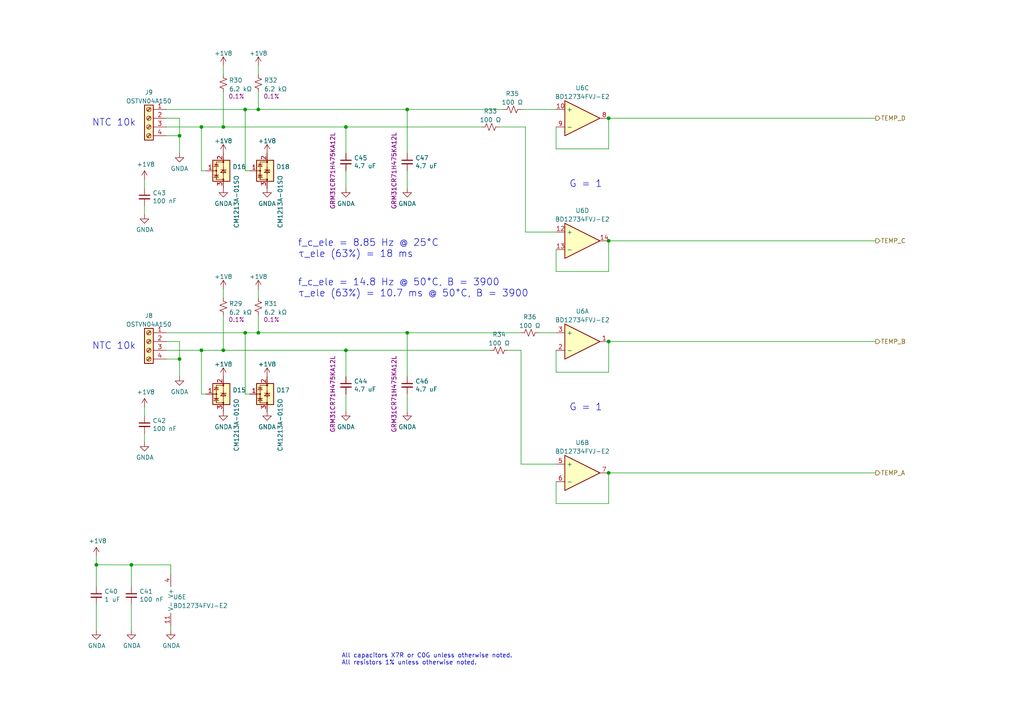
<source format=kicad_sch>
(kicad_sch (version 20211123) (generator eeschema)
  (paper "A4")
  (title_block (title "CANbus Acquisition Module") (date "2022-10-04") (rev "A3") (company "École de Technologie Supérieure - Laboratoire thermique et science du bâtiment (LTSB)") (comment 1 "Designer: Hugo Boyce"))
  (lib_symbols
    (symbol "Amplifier_Operational:OPA4196xPW"
      (property "Reference" "U" (at 0 3.81 0))
      (property "Value" "OPA4196xPW" (at 0 -3.81 0))
      (symbol "OPA4196xPW_1_1"
        (polyline (pts (xy -5.08 5.08) (xy 5.08 0) (xy -5.08 -5.08) (xy -5.08 5.08)) (stroke (width 0.254)) (fill (type background)))
        (pin output line (at 7.62 0 180) (length 2.54) (name "~") (number "1"))
        (pin input line (at -7.62 -2.54 0) (length 2.54) (name "-") (number "2"))
        (pin input line (at -7.62 2.54 0) (length 2.54) (name "+") (number "3"))
      )
      (symbol "OPA4196xPW_2_1"
        (polyline (pts (xy -5.08 5.08) (xy 5.08 0) (xy -5.08 -5.08) (xy -5.08 5.08)) (stroke (width 0.254)) (fill (type background)))
        (pin input line (at -7.62 2.54 0) (length 2.54) (name "+") (number "5"))
        (pin input line (at -7.62 -2.54 0) (length 2.54) (name "-") (number "6"))
        (pin output line (at 7.62 0 180) (length 2.54) (name "~") (number "7"))
      )
      (symbol "OPA4196xPW_3_1"
        (polyline (pts (xy -5.08 5.08) (xy 5.08 0) (xy -5.08 -5.08) (xy -5.08 5.08)) (stroke (width 0.254)) (fill (type background)))
        (pin input line (at -7.62 2.54 0) (length 2.54) (name "+") (number "10"))
        (pin output line (at 7.62 0 180) (length 2.54) (name "~") (number "8"))
        (pin input line (at -7.62 -2.54 0) (length 2.54) (name "-") (number "9"))
      )
      (symbol "OPA4196xPW_4_1"
        (polyline (pts (xy -5.08 5.08) (xy 5.08 0) (xy -5.08 -5.08) (xy -5.08 5.08)) (stroke (width 0.254)) (fill (type background)))
        (pin input line (at -7.62 2.54 0) (length 2.54) (name "+") (number "12"))
        (pin input line (at -7.62 -2.54 0) (length 2.54) (name "-") (number "13"))
        (pin output line (at 7.62 0 180) (length 2.54) (name "~") (number "14"))
      )
      (symbol "OPA4196xPW_5_1"
        (pin power_in line (at -2.54 -7.62 90) (length 3.81) (name "V-") (number "11"))
        (pin power_in line (at -2.54 7.62 270) (length 3.81) (name "V+") (number "4"))
      )
    )
    (symbol "Connector:Screw_Terminal_01x04" (pin_names (offset 1.016) hide)
      (property "Reference" "J" (at 0 5.08 0))
      (property "Value" "Screw_Terminal_01x04" (at 0 -7.62 0))
      (symbol "Screw_Terminal_01x04_1_1"
        (rectangle (start -1.27 3.81) (end 1.27 -6.35) (stroke (width 0.254)) (fill (type background)))
        (circle (center 0 -5.08) (radius 0.635) (stroke (width 0.1524)))
        (circle (center 0 -2.54) (radius 0.635) (stroke (width 0.1524)))
        (polyline (pts (xy -0.5334 -4.7498) (xy 0.3302 -5.588)) (stroke (width 0.1524)))
        (polyline (pts (xy -0.5334 -2.2098) (xy 0.3302 -3.048)) (stroke (width 0.1524)))
        (polyline (pts (xy -0.5334 0.3302) (xy 0.3302 -0.508)) (stroke (width 0.1524)))
        (polyline (pts (xy -0.5334 2.8702) (xy 0.3302 2.032)) (stroke (width 0.1524)))
        (polyline (pts (xy -0.3556 -4.572) (xy 0.508 -5.4102)) (stroke (width 0.1524)))
        (polyline (pts (xy -0.3556 -2.032) (xy 0.508 -2.8702)) (stroke (width 0.1524)))
        (polyline (pts (xy -0.3556 0.508) (xy 0.508 -0.3302)) (stroke (width 0.1524)))
        (polyline (pts (xy -0.3556 3.048) (xy 0.508 2.2098)) (stroke (width 0.1524)))
        (circle (center 0 0) (radius 0.635) (stroke (width 0.1524)))
        (circle (center 0 2.54) (radius 0.635) (stroke (width 0.1524)))
        (pin passive line (at -5.08 2.54 0) (length 3.81) (name "Pin_1") (number "1"))
        (pin passive line (at -5.08 0 0) (length 3.81) (name "Pin_2") (number "2"))
        (pin passive line (at -5.08 -2.54 0) (length 3.81) (name "Pin_3") (number "3"))
        (pin passive line (at -5.08 -5.08 0) (length 3.81) (name "Pin_4") (number "4"))
      )
    )
    (symbol "Device:C_Small" (pin_numbers hide) (pin_names (offset 0.254) hide)
      (property "Reference" "C" (at 0.254 1.778 0))
      (property "Value" "C_Small" (at 0.254 -2.032 0))
      (symbol "C_Small_0_1"
        (polyline (pts (xy -1.524 -0.508) (xy 1.524 -0.508)) (stroke (width 0.3302)))
        (polyline (pts (xy -1.524 0.508) (xy 1.524 0.508)) (stroke (width 0.3048)))
      )
      (symbol "C_Small_1_1"
        (pin passive line (at 0 2.54 270) (length 2.032) (name "~") (number "1"))
        (pin passive line (at 0 -2.54 90) (length 2.032) (name "~") (number "2"))
      )
    )
    (symbol "Device:R_Small_US" (pin_numbers hide) (pin_names (offset 0.254) hide)
      (property "Reference" "R" (at 0.762 0.508 0))
      (property "Value" "R_Small_US" (at 0.762 -1.016 0))
      (symbol "R_Small_US_1_1"
        (polyline (pts (xy 0 0) (xy 1.016 -0.381) (xy 0 -0.762) (xy -1.016 -1.143) (xy 0 -1.524)))
        (polyline (pts (xy 0 1.524) (xy 1.016 1.143) (xy 0 0.762) (xy -1.016 0.381) (xy 0 0)))
        (pin passive line (at 0 2.54 270) (length 1.016) (name "~") (number "1"))
        (pin passive line (at 0 -2.54 90) (length 1.016) (name "~") (number "2"))
      )
    )
    (symbol "Power_Protection:CM1213A-01SO" (pin_names hide)
      (property "Reference" "D" (at 0 5.08 0))
      (property "Value" "CM1213A-01SO" (at 0 3.175 0))
      (symbol "CM1213A-01SO_0_1"
        (rectangle (start -3.048 -3.048) (end 3.048 1.905) (stroke (width 0.254)) (fill (type background)))
        (circle (center -2.54 0) (radius 0.2032) (fill (type outline)))
        (circle (center 0 -2.032) (radius 0.2032) (fill (type outline)))
        (polyline (pts (xy -2.54 -2.032) (xy -2.54 0)))
        (polyline (pts (xy -1.905 -2.667) (xy -1.905 -1.397)))
        (polyline (pts (xy -1.016 0) (xy -3.81 0)))
        (polyline (pts (xy -0.635 -2.032) (xy -2.54 -2.032)))
        (polyline (pts (xy -0.635 -2.032) (xy 0.635 -2.032)))
        (polyline (pts (xy -0.254 -0.762) (xy -0.254 0.762)))
        (polyline (pts (xy -0.254 0.762) (xy -0.254 0.762)))
        (polyline (pts (xy 0 -2.54) (xy 0 -2.032)))
        (polyline (pts (xy 0 0.762) (xy -0.254 0.762)))
        (polyline (pts (xy 0.889 0) (xy -1.016 0)))
        (polyline (pts (xy 0.889 0) (xy -1.016 0)))
        (polyline (pts (xy 0.889 0) (xy 2.54 0)))
        (polyline (pts (xy 1.27 -2.667) (xy 1.27 -1.397)))
        (polyline (pts (xy 1.27 -2.667) (xy 1.27 -1.397)))
        (polyline (pts (xy 2.54 -2.032) (xy 0.635 -2.032)))
        (polyline (pts (xy 2.54 -2.032) (xy 0.635 -2.032)))
        (polyline (pts (xy 2.54 -2.032) (xy 2.54 0)))
        (polyline (pts (xy -1.27 -2.667) (xy -1.27 -1.397) (xy -1.905 -2.032) (xy -1.27 -2.667)))
        (polyline (pts (xy 0.508 -0.762) (xy 0.508 0.762) (xy -0.254 0) (xy 0.508 -0.762)))
        (polyline (pts (xy 0.508 -0.762) (xy 0.508 0.762) (xy -0.254 0) (xy 0.508 -0.762)))
        (polyline (pts (xy 1.905 -2.667) (xy 1.905 -1.397) (xy 1.27 -2.032) (xy 1.905 -2.667)))
        (circle (center 2.54 0) (radius 0.2032) (fill (type outline)))
      )
      (symbol "CM1213A-01SO_1_1"
        (pin passive line (at 0 -5.08 90) (length 2.54) (name "CH1") (number "1"))
        (pin passive line (at -5.08 0 0) (length 2.54) (name "VP") (number "2"))
        (pin passive line (at 5.08 0 180) (length 2.54) (name "VN") (number "3"))
      )
    )
    (symbol "power:+1V8" (power) (pin_names (offset 0))
      (property "Value" "+1V8" (at 0 3.556 0))
      (symbol "+1V8_0_1"
        (polyline (pts (xy -0.762 1.27) (xy 0 2.54)))
        (polyline (pts (xy 0 0) (xy 0 2.54)))
        (polyline (pts (xy 0 2.54) (xy 0.762 1.27)))
      )
      (symbol "+1V8_1_1"
        (pin power_in line (at 0 0 90) (length 0) hide (name "+1V8") (number "1"))
      )
    )
    (symbol "power:GNDA" (power) (pin_names (offset 0))
      (property "Value" "GNDA" (at 0 -3.81 0))
      (symbol "GNDA_0_1"
        (polyline (pts (xy 0 0) (xy 0 -1.27) (xy 1.27 -1.27) (xy 0 -2.54) (xy -1.27 -1.27) (xy 0 -1.27)))
      )
      (symbol "GNDA_1_1"
        (pin power_in line (at 0 0 270) (length 0) hide (name "GNDA") (number "1"))
      )
    )
  )
  (junction (at 118.11 31.75))
  (junction (at 74.93 96.52))
  (junction (at 58.42 101.6))
  (junction (at 58.42 36.83))
  (junction (at 64.77 36.83))
  (junction (at 71.12 31.75))
  (junction (at 74.93 31.75))
  (junction (at 176.53 99.06))
  (junction (at 100.33 36.83))
  (junction (at 64.77 101.6))
  (junction (at 27.94 163.83))
  (junction (at 52.07 104.14))
  (junction (at 176.53 34.29))
  (junction (at 71.12 96.52))
  (junction (at 38.1 163.83))
  (junction (at 118.11 96.52))
  (junction (at 176.53 69.85))
  (junction (at 52.07 39.37))
  (junction (at 176.53 137.16))
  (junction (at 100.33 101.6))
  (wire (pts (xy 41.91 120.65) (xy 41.91 118.11)))
  (wire (pts (xy 27.94 175.26) (xy 27.94 182.88)))
  (wire (pts (xy 151.13 134.62) (xy 161.29 134.62)))
  (wire (pts (xy 58.42 36.83) (xy 64.77 36.83)))
  (wire (pts (xy 152.4 67.31) (xy 161.29 67.31)))
  (wire (pts (xy 71.12 49.53) (xy 71.12 31.75)))
  (wire (pts (xy 52.07 34.29) (xy 52.07 39.37)))
  (wire (pts (xy 48.26 39.37) (xy 52.07 39.37)))
  (wire (pts (xy 48.26 34.29) (xy 52.07 34.29)))
  (wire (pts (xy 100.33 49.53) (xy 100.33 54.61)))
  (wire (pts (xy 151.13 31.75) (xy 161.29 31.75)))
  (wire (pts (xy 41.91 54.61) (xy 41.91 52.07)))
  (wire (pts (xy 74.93 26.67) (xy 74.93 31.75)))
  (wire (pts (xy 52.07 99.06) (xy 52.07 104.14)))
  (wire (pts (xy 118.11 114.3) (xy 118.11 119.38)))
  (wire (pts (xy 118.11 96.52) (xy 151.13 96.52)))
  (wire (pts (xy 176.53 137.16) (xy 254 137.16)))
  (wire (pts (xy 38.1 163.83) (xy 27.94 163.83)))
  (wire (pts (xy 59.69 49.53) (xy 58.42 49.53)))
  (wire (pts (xy 100.33 101.6) (xy 100.33 109.22)))
  (wire (pts (xy 71.12 96.52) (xy 74.93 96.52)))
  (wire (pts (xy 58.42 101.6) (xy 64.77 101.6)))
  (wire (pts (xy 72.39 49.53) (xy 71.12 49.53)))
  (wire (pts (xy 161.29 139.7) (xy 161.29 146.05)))
  (wire (pts (xy 48.26 31.75) (xy 71.12 31.75)))
  (wire (pts (xy 64.77 101.6) (xy 100.33 101.6)))
  (wire (pts (xy 161.29 78.74) (xy 176.53 78.74)))
  (wire (pts (xy 48.26 96.52) (xy 71.12 96.52)))
  (wire (pts (xy 27.94 163.83) (xy 27.94 161.29)))
  (wire (pts (xy 48.26 104.14) (xy 52.07 104.14)))
  (wire (pts (xy 152.4 36.83) (xy 152.4 67.31)))
  (wire (pts (xy 64.77 26.67) (xy 64.77 36.83)))
  (wire (pts (xy 74.93 19.05) (xy 74.93 21.59)))
  (wire (pts (xy 161.29 107.95) (xy 176.53 107.95)))
  (wire (pts (xy 161.29 146.05) (xy 176.53 146.05)))
  (wire (pts (xy 151.13 101.6) (xy 151.13 134.62)))
  (wire (pts (xy 161.29 36.83) (xy 161.29 43.18)))
  (wire (pts (xy 74.93 83.82) (xy 74.93 86.36)))
  (wire (pts (xy 118.11 96.52) (xy 118.11 109.22)))
  (wire (pts (xy 49.53 181.61) (xy 49.53 182.88)))
  (wire (pts (xy 176.53 99.06) (xy 254 99.06)))
  (wire (pts (xy 118.11 49.53) (xy 118.11 54.61)))
  (wire (pts (xy 74.93 96.52) (xy 118.11 96.52)))
  (wire (pts (xy 147.32 101.6) (xy 151.13 101.6)))
  (wire (pts (xy 58.42 49.53) (xy 58.42 36.83)))
  (wire (pts (xy 118.11 31.75) (xy 118.11 44.45)))
  (wire (pts (xy 176.53 99.06) (xy 176.53 107.95)))
  (wire (pts (xy 64.77 83.82) (xy 64.77 86.36)))
  (wire (pts (xy 176.53 146.05) (xy 176.53 137.16)))
  (wire (pts (xy 144.78 36.83) (xy 152.4 36.83)))
  (wire (pts (xy 72.39 114.3) (xy 71.12 114.3)))
  (wire (pts (xy 176.53 78.74) (xy 176.53 69.85)))
  (wire (pts (xy 38.1 170.18) (xy 38.1 163.83)))
  (wire (pts (xy 156.21 96.52) (xy 161.29 96.52)))
  (wire (pts (xy 161.29 101.6) (xy 161.29 107.95)))
  (wire (pts (xy 64.77 91.44) (xy 64.77 101.6)))
  (wire (pts (xy 48.26 101.6) (xy 58.42 101.6)))
  (wire (pts (xy 100.33 36.83) (xy 139.7 36.83)))
  (wire (pts (xy 161.29 43.18) (xy 176.53 43.18)))
  (wire (pts (xy 71.12 114.3) (xy 71.12 96.52)))
  (wire (pts (xy 176.53 69.85) (xy 254 69.85)))
  (wire (pts (xy 38.1 175.26) (xy 38.1 182.88)))
  (wire (pts (xy 48.26 99.06) (xy 52.07 99.06)))
  (wire (pts (xy 58.42 114.3) (xy 58.42 101.6)))
  (wire (pts (xy 100.33 36.83) (xy 100.33 44.45)))
  (wire (pts (xy 118.11 31.75) (xy 146.05 31.75)))
  (wire (pts (xy 38.1 163.83) (xy 49.53 163.83)))
  (wire (pts (xy 176.53 34.29) (xy 176.53 43.18)))
  (wire (pts (xy 100.33 114.3) (xy 100.33 119.38)))
  (wire (pts (xy 74.93 31.75) (xy 118.11 31.75)))
  (wire (pts (xy 52.07 39.37) (xy 52.07 44.45)))
  (wire (pts (xy 64.77 36.83) (xy 100.33 36.83)))
  (wire (pts (xy 41.91 125.73) (xy 41.91 128.27)))
  (wire (pts (xy 49.53 166.37) (xy 49.53 163.83)))
  (wire (pts (xy 27.94 170.18) (xy 27.94 163.83)))
  (wire (pts (xy 74.93 91.44) (xy 74.93 96.52)))
  (wire (pts (xy 100.33 101.6) (xy 142.24 101.6)))
  (wire (pts (xy 176.53 34.29) (xy 254 34.29)))
  (wire (pts (xy 59.69 114.3) (xy 58.42 114.3)))
  (wire (pts (xy 41.91 59.69) (xy 41.91 62.23)))
  (wire (pts (xy 71.12 31.75) (xy 74.93 31.75)))
  (wire (pts (xy 48.26 36.83) (xy 58.42 36.83)))
  (wire (pts (xy 52.07 104.14) (xy 52.07 109.22)))
  (wire (pts (xy 161.29 72.39) (xy 161.29 78.74)))
  (wire (pts (xy 64.77 19.05) (xy 64.77 21.59)))
  (text "NTC 10k" (at 26.67 101.6 0) (effects (font (size 2 2)) (justify left bottom)))
  (text "All capacitors X7R or C0G unless otherwise noted.\nAll resistors 1% unless otherwise noted." (at 99.06 193.04 0) (effects (font (size 1.27 1.27)) (justify left bottom)))
  (text "NTC 10k" (at 26.67 36.83 0) (effects (font (size 2 2)) (justify left bottom)))
  (text "f_c_ele = 14.8 Hz @ 50°C, B = 3900\nτ_ele (63%) = 10.7 ms @ 50°C, B = 3900" (at 86.36 86.36 0) (effects (font (size 2 2)) (justify left bottom)))
  (text "G = 1" (at 165.1 54.61 0) (effects (font (size 2 2)) (justify left bottom)))
  (text "G = 1" (at 165.1 119.38 0) (effects (font (size 2 2)) (justify left bottom)))
  (text "f_c_ele = 8.85 Hz @ 25°C\nτ_ele (63%) = 18 ms" (at 86.36 74.93 0) (effects (font (size 2 2)) (justify left bottom)))
  (hierarchical_label "TEMP_D" (shape output) (at 254 34.29 0))
  (hierarchical_label "TEMP_C" (shape output) (at 254 69.85 0))
  (hierarchical_label "TEMP_B" (shape output) (at 254 99.06 0))
  (hierarchical_label "TEMP_A" (shape output) (at 254 137.16 0))
  (symbol (lib_id "Power_Protection:CM1213A-01SO") (at 77.47 114.3 270) (unit 1)
    (property "Reference" "D17" (at 80.137 113.1478 90) (effects (justify left)))
    (property "Value" "CM1213A-01SO" (at 81.28 115.57 0) (effects (justify left)))
    (property "Footprint" "Package_TO_SOT_SMD:SOT-23" (effects hide))
    (property "Datasheet" "http://www.onsemi.com/pub_link/Collateral/CM1213A-D.PDF" (effects hide))
    (property "Mfr." "Diodes Incorporated" (effects hide))
    (property "P/N" "D1213A-01SO-7" (effects hide))
    (property "LCSC P/N" "C558429" (effects hide))
    (property "LCSC Package" "SOT-23" (effects hide))
    (property "LCSC Specs" "TPCM1213A-01SO" (effects hide))
  )
  (symbol (lib_id "power:GNDA") (at 100.33 119.38 0) (unit 1)
    (property "Reference" "#PWR0118" (effects hide))
    (property "Value" "GNDA" (at 100.33 123.8234 0))
  )
  (symbol (lib_id "Device:R_Small_US") (at 64.77 88.9 0) (unit 1)
    (property "Reference" "R29" (at 66.421 88.0653 0) (effects (justify left)))
    (property "Value" "6.2 kΩ" (at 66.421 90.6022 0) (effects (justify left)))
    (property "Footprint" "Resistor_SMD:R_0805_2012Metric" (effects hide))
    (property "Tolerance" "0.1%" (at 68.58 92.71 0))
    (property "Mfr." "Panasonic" (effects hide))
    (property "P/N" "ERA-6AEB622V" (effects hide))
    (property "LCSC P/N" "C351551" (effects hide))
    (property "LCSC Specs" "6K2 0.1%" (effects hide))
    (property "LCSC Package" "0805" (effects hide))
  )
  (symbol (lib_id "power:+1V8") (at 77.47 44.45 0) (unit 1)
    (property "Reference" "#PWR0116" (effects hide))
    (property "Value" "+1V8" (at 77.47 40.8742 0))
  )
  (symbol (lib_id "Device:R_Small_US") (at 64.77 24.13 0) (unit 1)
    (property "Reference" "R30" (at 66.421 23.2953 0) (effects (justify left)))
    (property "Value" "6.2 kΩ" (at 66.421 25.8322 0) (effects (justify left)))
    (property "Footprint" "Resistor_SMD:R_0805_2012Metric" (effects hide))
    (property "Tolerance" "0.1%" (at 68.58 27.94 0))
    (property "Mfr." "Panasonic" (effects hide))
    (property "P/N" "ERA-6AEB622V" (effects hide))
    (property "LCSC P/N" "C351551" (effects hide))
    (property "LCSC Specs" "6K2 0.1%" (effects hide))
    (property "LCSC Package" "0805" (effects hide))
  )
  (symbol (lib_id "power:GNDA") (at 100.33 54.61 0) (unit 1)
    (property "Reference" "#PWR0119" (effects hide))
    (property "Value" "GNDA" (at 100.33 59.0534 0))
  )
  (symbol (lib_id "Power_Protection:CM1213A-01SO") (at 77.47 49.53 270) (unit 1)
    (property "Reference" "D18" (at 80.137 48.3778 90) (effects (justify left)))
    (property "Value" "CM1213A-01SO" (at 81.28 50.8 0) (effects (justify left)))
    (property "Footprint" "Package_TO_SOT_SMD:SOT-23" (effects hide))
    (property "Datasheet" "http://www.onsemi.com/pub_link/Collateral/CM1213A-D.PDF" (effects hide))
    (property "Mfr." "Diodes Incorporated" (effects hide))
    (property "P/N" "D1213A-01SO-7" (effects hide))
    (property "LCSC P/N" "C558429" (effects hide))
    (property "LCSC Package" "SOT-23" (effects hide))
    (property "LCSC Specs" "TPCM1213A-01SO" (effects hide))
  )
  (symbol (lib_id "Device:C_Small") (at 41.91 123.19 0) (unit 1)
    (property "Reference" "C42" (at 44.2468 122.0216 0) (effects (justify left)))
    (property "Value" "100 nF" (at 44.2468 124.333 0) (effects (justify left)))
    (property "Footprint" "Capacitor_SMD:C_0402_1005Metric" (effects hide))
    (property "Mfr." "KYOCERA AVX " (effects hide))
    (property "P/N" "0402YC104KAT2A" (effects hide))
    (property "Rated Voltage" "16V" (effects hide))
    (property "LCSC P/N" "C77014" (effects hide))
    (property "LCSC Specs" "100nF X7R 16V" (effects hide))
    (property "LCSC Package" "0402" (effects hide))
  )
  (symbol (lib_id "power:+1V8") (at 41.91 118.11 0) (unit 1)
    (property "Reference" "#PWR099" (effects hide))
    (property "Value" "+1V8" (at 42.291 113.7158 0))
  )
  (symbol (lib_id "power:+1V8") (at 64.77 83.82 0) (unit 1)
    (property "Reference" "#PWR0106" (effects hide))
    (property "Value" "+1V8" (at 64.77 80.2442 0))
  )
  (symbol (lib_id "Amplifier_Operational:OPA4196xPW") (at 168.91 137.16 0) (unit 2)
    (property "Reference" "U6" (at 168.91 128.3802 0))
    (property "Value" "BD12734FVJ-E2" (at 168.91 130.9171 0))
    (property "Footprint" "Package_SO:TSSOP-14_4.4x5mm_P0.65mm" (effects hide))
    (property "Datasheet" "https://fscdn.rohm.com/en/products/databook/datasheet/ic/amp_linear/opamp/bd12730g-e.pdf" (effects hide))
    (property "Mfr." "Rohm Semiconductor" (effects hide))
    (property "P/N" "BD12734FVJ-E2" (effects hide))
    (property "LCSC P/N" "C693071" (effects hide))
    (property "LCSC Specs" "COS6004TR" (effects hide))
    (property "LCSC Package" "TSSOP-14" (effects hide))
  )
  (symbol (lib_id "power:GNDA") (at 41.91 62.23 0) (unit 1)
    (property "Reference" "#PWR0102" (effects hide))
    (property "Value" "GNDA" (at 42.037 66.6242 0))
  )
  (symbol (lib_id "power:GNDA") (at 52.07 44.45 0) (unit 1)
    (property "Reference" "#PWR0105" (effects hide))
    (property "Value" "GNDA" (at 52.07 48.8934 0))
  )
  (symbol (lib_id "Device:C_Small") (at 118.11 111.76 0) (unit 1)
    (property "Reference" "C46" (at 120.4468 110.5916 0) (effects (justify left)))
    (property "Value" "4.7 uF" (at 120.4468 112.903 0) (effects (justify left)))
    (property "Footprint" "Capacitor_SMD:C_1206_3216Metric" (effects hide))
    (property "Datasheet" "https://search.murata.co.jp/Ceramy/image/img/A01X/G101/ENG/GRM31CR71H475KA12-01.pdf" (effects hide))
    (property "P/N" "GRM31CR71H475KA12L" (at 114.3 114.3 90))
    (property "Mfr." "Murata Electronics" (effects hide))
    (property "Rated Voltage" "50V" (effects hide))
    (property "LCSC P/N" "C92853" (effects hide))
    (property "LCSC Specs" "4.7uF X7R 50V" (effects hide))
    (property "LCSC Package" "1206" (effects hide))
  )
  (symbol (lib_id "Connector:Screw_Terminal_01x04") (at 43.18 34.29 0) (mirror y) (unit 1)
    (property "Reference" "J9" (at 43.18 26.7802 0))
    (property "Value" "OSTVN04A150" (at 43.18 29.3171 0))
    (property "Footprint" "CAN-Acquisition-Module:OSTVN04A150" (effects hide))
    (property "P/N" "OSTVN04A150" (effects hide))
    (property "Mfr." "On-Shore" (effects hide))
    (property "LCSC P/N" "C708735" (effects hide))
    (property "LCSC Specs" "DG308-2.54-04P-14-00A(H)" (effects hide))
    (property "LCSC Package" "1x4 P=2.54mm" (effects hide))
  )
  (symbol (lib_id "power:GNDA") (at 52.07 109.22 0) (unit 1)
    (property "Reference" "#PWR0104" (effects hide))
    (property "Value" "GNDA" (at 52.07 113.6634 0))
  )
  (symbol (lib_id "power:GNDA") (at 64.77 54.61 0) (unit 1)
    (property "Reference" "#PWR0111" (effects hide))
    (property "Value" "GNDA" (at 64.77 59.0534 0))
  )
  (symbol (lib_id "Connector:Screw_Terminal_01x04") (at 43.18 99.06 0) (mirror y) (unit 1)
    (property "Reference" "J8" (at 43.18 91.5502 0))
    (property "Value" "OSTVN04A150" (at 43.18 94.0871 0))
    (property "Footprint" "CAN-Acquisition-Module:OSTVN04A150" (effects hide))
    (property "P/N" "OSTVN04A150" (effects hide))
    (property "Mfr." "On-Shore" (effects hide))
    (property "LCSC P/N" "C708735" (effects hide))
    (property "LCSC Specs" "DG308-2.54-04P-14-00A(H)" (effects hide))
    (property "LCSC Package" "1x4 P=2.54mm" (effects hide))
  )
  (symbol (lib_id "power:GNDA") (at 27.94 182.88 0) (unit 1)
    (property "Reference" "#PWR097" (effects hide))
    (property "Value" "GNDA" (at 28.067 187.2742 0))
  )
  (symbol (lib_id "power:GNDA") (at 38.1 182.88 0) (unit 1)
    (property "Reference" "#PWR098" (effects hide))
    (property "Value" "GNDA" (at 38.227 187.2742 0))
  )
  (symbol (lib_id "Amplifier_Operational:OPA4196xPW") (at 52.07 173.99 0) (unit 5)
    (property "Reference" "U6" (at 50.165 173.1553 0) (effects (justify left)))
    (property "Value" "BD12734FVJ-E2" (at 50.165 175.6922 0) (effects (justify left)))
    (property "Footprint" "Package_SO:TSSOP-14_4.4x5mm_P0.65mm" (effects hide))
    (property "Datasheet" "https://fscdn.rohm.com/en/products/databook/datasheet/ic/amp_linear/opamp/bd12730g-e.pdf" (effects hide))
    (property "Mfr." "Rohm Semiconductor" (effects hide))
    (property "P/N" "BD12734FVJ-E2" (effects hide))
    (property "LCSC P/N" "C693071" (effects hide))
    (property "LCSC Specs" "COS6004TR" (effects hide))
    (property "LCSC Package" "TSSOP-14" (effects hide))
  )
  (symbol (lib_id "Amplifier_Operational:OPA4196xPW") (at 168.91 69.85 0) (unit 4)
    (property "Reference" "U6" (at 168.91 61.0702 0))
    (property "Value" "BD12734FVJ-E2" (at 168.91 63.6071 0))
    (property "Footprint" "Package_SO:TSSOP-14_4.4x5mm_P0.65mm" (effects hide))
    (property "Datasheet" "https://fscdn.rohm.com/en/products/databook/datasheet/ic/amp_linear/opamp/bd12730g-e.pdf" (effects hide))
    (property "Mfr." "Rohm Semiconductor" (effects hide))
    (property "P/N" "BD12734FVJ-E2" (effects hide))
    (property "LCSC P/N" "C693071" (effects hide))
    (property "LCSC Specs" "COS6004TR" (effects hide))
    (property "LCSC Package" "TSSOP-14" (effects hide))
  )
  (symbol (lib_id "Device:R_Small_US") (at 148.59 31.75 270) (unit 1)
    (property "Reference" "R35" (at 148.59 27.1612 90))
    (property "Value" "100 Ω" (at 148.59 29.6981 90))
    (property "Footprint" "Resistor_SMD:R_0603_1608Metric" (effects hide))
    (property "Mfr." "Stackpole" (effects hide))
    (property "P/N" "RMCF0603JT100R" (effects hide))
    (property "Tolerance" "1%" (effects hide))
    (property "LCSC P/N" "C105588" (effects hide))
    (property "LCSC Specs" "100R 1%" (effects hide))
    (property "LCSC Package" "0603" (effects hide))
  )
  (symbol (lib_id "power:GNDA") (at 41.91 128.27 0) (unit 1)
    (property "Reference" "#PWR0100" (effects hide))
    (property "Value" "GNDA" (at 42.037 132.6642 0))
  )
  (symbol (lib_id "Device:C_Small") (at 100.33 111.76 0) (unit 1)
    (property "Reference" "C44" (at 102.6668 110.5916 0) (effects (justify left)))
    (property "Value" "4.7 uF" (at 102.6668 112.903 0) (effects (justify left)))
    (property "Footprint" "Capacitor_SMD:C_1206_3216Metric" (effects hide))
    (property "Datasheet" "https://search.murata.co.jp/Ceramy/image/img/A01X/G101/ENG/GRM31CR71H475KA12-01.pdf" (effects hide))
    (property "P/N" "GRM31CR71H475KA12L" (at 96.52 114.3 90))
    (property "Mfr." "Murata Electronics" (effects hide))
    (property "Rated Voltage" "50V" (effects hide))
    (property "LCSC P/N" "C92853" (effects hide))
    (property "LCSC Specs" "4.7uF X7R 50V" (effects hide))
    (property "LCSC Package" "1206" (effects hide))
  )
  (symbol (lib_id "power:+1V8") (at 64.77 44.45 0) (unit 1)
    (property "Reference" "#PWR0110" (effects hide))
    (property "Value" "+1V8" (at 64.77 40.8742 0))
  )
  (symbol (lib_id "Device:C_Small") (at 27.94 172.72 0) (unit 1)
    (property "Reference" "C40" (at 30.2768 171.5516 0) (effects (justify left)))
    (property "Value" "1 uF" (at 30.2768 173.863 0) (effects (justify left)))
    (property "Footprint" "Capacitor_SMD:C_0603_1608Metric" (effects hide))
    (property "Mfr." "Samsung Electro-Mechanics " (effects hide))
    (property "P/N" "CL10B105KA8NNNC" (effects hide))
    (property "Rated Voltage" "25V" (effects hide))
    (property "LCSC P/N" "C386079" (effects hide))
    (property "LCSC Specs" "1uF X7R 25V" (effects hide))
    (property "LCSC Package" "0603" (effects hide))
  )
  (symbol (lib_id "power:+1V8") (at 27.94 161.29 0) (unit 1)
    (property "Reference" "#PWR096" (effects hide))
    (property "Value" "+1V8" (at 28.321 156.8958 0))
  )
  (symbol (lib_id "Amplifier_Operational:OPA4196xPW") (at 168.91 99.06 0) (unit 1)
    (property "Reference" "U6" (at 168.91 90.2802 0))
    (property "Value" "BD12734FVJ-E2" (at 168.91 92.8171 0))
    (property "Footprint" "Package_SO:TSSOP-14_4.4x5mm_P0.65mm" (effects hide))
    (property "Datasheet" "https://fscdn.rohm.com/en/products/databook/datasheet/ic/amp_linear/opamp/bd12730g-e.pdf" (effects hide))
    (property "Mfr." "Rohm Semiconductor" (effects hide))
    (property "P/N" "BD12734FVJ-E2" (effects hide))
    (property "LCSC P/N" "C693071" (effects hide))
    (property "LCSC Specs" "COS6004TR" (effects hide))
    (property "LCSC Package" "TSSOP-14" (effects hide))
  )
  (symbol (lib_id "Device:C_Small") (at 118.11 46.99 0) (unit 1)
    (property "Reference" "C47" (at 120.4468 45.8216 0) (effects (justify left)))
    (property "Value" "4.7 uF" (at 120.4468 48.133 0) (effects (justify left)))
    (property "Footprint" "Capacitor_SMD:C_1206_3216Metric" (effects hide))
    (property "Datasheet" "https://search.murata.co.jp/Ceramy/image/img/A01X/G101/ENG/GRM31CR71H475KA12-01.pdf" (effects hide))
    (property "P/N" "GRM31CR71H475KA12L" (at 114.3 49.53 90))
    (property "Mfr." "Murata Electronics" (effects hide))
    (property "Rated Voltage" "50V" (effects hide))
    (property "LCSC P/N" "C92853" (effects hide))
    (property "LCSC Specs" "4.7uF X7R 50V" (effects hide))
    (property "LCSC Package" "1206" (effects hide))
  )
  (symbol (lib_id "Power_Protection:CM1213A-01SO") (at 64.77 49.53 270) (unit 1)
    (property "Reference" "D16" (at 67.437 48.3778 90) (effects (justify left)))
    (property "Value" "CM1213A-01SO" (at 68.58 50.8 0) (effects (justify left)))
    (property "Footprint" "Package_TO_SOT_SMD:SOT-23" (effects hide))
    (property "Datasheet" "http://www.onsemi.com/pub_link/Collateral/CM1213A-D.PDF" (effects hide))
    (property "Mfr." "Diodes Incorporated" (effects hide))
    (property "P/N" "D1213A-01SO-7" (effects hide))
    (property "LCSC P/N" "C558429" (effects hide))
    (property "LCSC Package" "SOT-23" (effects hide))
    (property "LCSC Specs" "TPCM1213A-01SO" (effects hide))
  )
  (symbol (lib_id "power:+1V8") (at 74.93 83.82 0) (unit 1)
    (property "Reference" "#PWR0112" (effects hide))
    (property "Value" "+1V8" (at 74.93 80.2442 0))
  )
  (symbol (lib_id "Device:R_Small_US") (at 153.67 96.52 270) (unit 1)
    (property "Reference" "R36" (at 153.67 91.9312 90))
    (property "Value" "100 Ω" (at 153.67 94.4681 90))
    (property "Footprint" "Resistor_SMD:R_0603_1608Metric" (effects hide))
    (property "Mfr." "Stackpole" (effects hide))
    (property "P/N" "RMCF0603JT100R" (effects hide))
    (property "Tolerance" "1%" (effects hide))
    (property "LCSC P/N" "C105588" (effects hide))
    (property "LCSC Specs" "100R 1%" (effects hide))
    (property "LCSC Package" "0603" (effects hide))
  )
  (symbol (lib_id "power:GNDA") (at 49.53 182.88 0) (unit 1)
    (property "Reference" "#PWR0103" (effects hide))
    (property "Value" "GNDA" (at 49.657 187.2742 0))
  )
  (symbol (lib_id "Power_Protection:CM1213A-01SO") (at 64.77 114.3 270) (unit 1)
    (property "Reference" "D15" (at 67.437 113.1478 90) (effects (justify left)))
    (property "Value" "CM1213A-01SO" (at 68.58 115.57 0) (effects (justify left)))
    (property "Footprint" "Package_TO_SOT_SMD:SOT-23" (effects hide))
    (property "Datasheet" "http://www.onsemi.com/pub_link/Collateral/CM1213A-D.PDF" (effects hide))
    (property "Mfr." "Diodes Incorporated" (effects hide))
    (property "P/N" "D1213A-01SO-7" (effects hide))
    (property "LCSC P/N" "C558429" (effects hide))
    (property "LCSC Package" "SOT-23" (effects hide))
    (property "LCSC Specs" "TPCM1213A-01SO" (effects hide))
  )
  (symbol (lib_id "Device:R_Small_US") (at 74.93 24.13 0) (unit 1)
    (property "Reference" "R32" (at 76.581 23.2953 0) (effects (justify left)))
    (property "Value" "6.2 kΩ" (at 76.581 25.8322 0) (effects (justify left)))
    (property "Footprint" "Resistor_SMD:R_0805_2012Metric" (effects hide))
    (property "Tolerance" "0.1%" (at 78.74 27.94 0))
    (property "Mfr." "Panasonic" (effects hide))
    (property "P/N" "ERA-6AEB622V" (effects hide))
    (property "LCSC P/N" "C351551" (effects hide))
    (property "LCSC Specs" "6K2 0.1%" (effects hide))
    (property "LCSC Package" "0805" (effects hide))
  )
  (symbol (lib_id "Amplifier_Operational:OPA4196xPW") (at 168.91 34.29 0) (unit 3)
    (property "Reference" "U6" (at 168.91 25.5102 0))
    (property "Value" "BD12734FVJ-E2" (at 168.91 28.0471 0))
    (property "Footprint" "Package_SO:TSSOP-14_4.4x5mm_P0.65mm" (effects hide))
    (property "Datasheet" "https://fscdn.rohm.com/en/products/databook/datasheet/ic/amp_linear/opamp/bd12730g-e.pdf" (effects hide))
    (property "Mfr." "Rohm Semiconductor" (effects hide))
    (property "P/N" "BD12734FVJ-E2" (effects hide))
    (property "LCSC P/N" "C693071" (effects hide))
    (property "LCSC Specs" "COS6004TR" (effects hide))
    (property "LCSC Package" "TSSOP-14" (effects hide))
  )
  (symbol (lib_id "power:GNDA") (at 118.11 119.38 0) (unit 1)
    (property "Reference" "#PWR0120" (effects hide))
    (property "Value" "GNDA" (at 118.11 123.8234 0))
  )
  (symbol (lib_id "power:GNDA") (at 64.77 119.38 0) (unit 1)
    (property "Reference" "#PWR0108" (effects hide))
    (property "Value" "GNDA" (at 64.77 123.8234 0))
  )
  (symbol (lib_id "Device:R_Small_US") (at 74.93 88.9 0) (unit 1)
    (property "Reference" "R31" (at 76.581 88.0653 0) (effects (justify left)))
    (property "Value" "6.2 kΩ" (at 76.581 90.6022 0) (effects (justify left)))
    (property "Footprint" "Resistor_SMD:R_0805_2012Metric" (effects hide))
    (property "Tolerance" "0.1%" (at 78.74 92.71 0))
    (property "Mfr." "Panasonic" (effects hide))
    (property "P/N" "ERA-6AEB622V" (effects hide))
    (property "LCSC P/N" "C351551" (effects hide))
    (property "LCSC Specs" "6K2 0.1%" (effects hide))
    (property "LCSC Package" "0805" (effects hide))
  )
  (symbol (lib_id "power:+1V8") (at 64.77 109.22 0) (unit 1)
    (property "Reference" "#PWR0107" (effects hide))
    (property "Value" "+1V8" (at 64.77 105.6442 0))
  )
  (symbol (lib_id "power:+1V8") (at 41.91 52.07 0) (unit 1)
    (property "Reference" "#PWR0101" (effects hide))
    (property "Value" "+1V8" (at 42.291 47.6758 0))
  )
  (symbol (lib_id "Device:R_Small_US") (at 144.78 101.6 270) (unit 1)
    (property "Reference" "R34" (at 144.78 97.0112 90))
    (property "Value" "100 Ω" (at 144.78 99.5481 90))
    (property "Footprint" "Resistor_SMD:R_0603_1608Metric" (effects hide))
    (property "Mfr." "Stackpole" (effects hide))
    (property "P/N" "RMCF0603JT100R" (effects hide))
    (property "Tolerance" "1%" (effects hide))
    (property "LCSC P/N" "C105588" (effects hide))
    (property "LCSC Specs" "100R 1%" (effects hide))
    (property "LCSC Package" "0603" (effects hide))
  )
  (symbol (lib_id "power:+1V8") (at 77.47 109.22 0) (unit 1)
    (property "Reference" "#PWR0114" (effects hide))
    (property "Value" "+1V8" (at 77.47 105.6442 0))
  )
  (symbol (lib_id "power:+1V8") (at 64.77 19.05 0) (unit 1)
    (property "Reference" "#PWR0109" (effects hide))
    (property "Value" "+1V8" (at 64.77 15.4742 0))
  )
  (symbol (lib_id "power:+1V8") (at 74.93 19.05 0) (unit 1)
    (property "Reference" "#PWR0113" (effects hide))
    (property "Value" "+1V8" (at 74.93 15.4742 0))
  )
  (symbol (lib_id "power:GNDA") (at 77.47 54.61 0) (unit 1)
    (property "Reference" "#PWR0117" (effects hide))
    (property "Value" "GNDA" (at 77.47 59.0534 0))
  )
  (symbol (lib_id "Device:C_Small") (at 38.1 172.72 0) (unit 1)
    (property "Reference" "C41" (at 40.4368 171.5516 0) (effects (justify left)))
    (property "Value" "100 nF" (at 40.4368 173.863 0) (effects (justify left)))
    (property "Footprint" "Capacitor_SMD:C_0402_1005Metric" (effects hide))
    (property "Mfr." "KYOCERA AVX " (effects hide))
    (property "P/N" "0402YC104KAT2A" (effects hide))
    (property "Rated Voltage" "16V" (effects hide))
    (property "LCSC P/N" "C77014" (effects hide))
    (property "LCSC Specs" "100nF X7R 16V" (effects hide))
    (property "LCSC Package" "0402" (effects hide))
  )
  (symbol (lib_id "power:GNDA") (at 77.47 119.38 0) (unit 1)
    (property "Reference" "#PWR0115" (effects hide))
    (property "Value" "GNDA" (at 77.47 123.8234 0))
  )
  (symbol (lib_id "Device:C_Small") (at 100.33 46.99 0) (unit 1)
    (property "Reference" "C45" (at 102.6668 45.8216 0) (effects (justify left)))
    (property "Value" "4.7 uF" (at 102.6668 48.133 0) (effects (justify left)))
    (property "Footprint" "Capacitor_SMD:C_1206_3216Metric" (effects hide))
    (property "Datasheet" "https://search.murata.co.jp/Ceramy/image/img/A01X/G101/ENG/GRM31CR71H475KA12-01.pdf" (effects hide))
    (property "P/N" "GRM31CR71H475KA12L" (at 96.52 49.53 90))
    (property "Mfr." "Murata Electronics" (effects hide))
    (property "Rated Voltage" "50V" (effects hide))
    (property "LCSC P/N" "C92853" (effects hide))
    (property "LCSC Specs" "4.7uF X7R 50V" (effects hide))
    (property "LCSC Package" "1206" (effects hide))
  )
  (symbol (lib_id "power:GNDA") (at 118.11 54.61 0) (unit 1)
    (property "Reference" "#PWR0121" (effects hide))
    (property "Value" "GNDA" (at 118.11 59.0534 0))
  )
  (symbol (lib_id "Device:C_Small") (at 41.91 57.15 0) (unit 1)
    (property "Reference" "C43" (at 44.2468 55.9816 0) (effects (justify left)))
    (property "Value" "100 nF" (at 44.2468 58.293 0) (effects (justify left)))
    (property "Footprint" "Capacitor_SMD:C_0402_1005Metric" (effects hide))
    (property "Mfr." "KYOCERA AVX " (effects hide))
    (property "P/N" "0402YC104KAT2A" (effects hide))
    (property "Rated Voltage" "16V" (effects hide))
    (property "LCSC P/N" "C77014" (effects hide))
    (property "LCSC Specs" "100nF X7R 16V" (effects hide))
    (property "LCSC Package" "0402" (effects hide))
  )
  (symbol (lib_id "Device:R_Small_US") (at 142.24 36.83 270) (unit 1)
    (property "Reference" "R33" (at 142.24 32.2412 90))
    (property "Value" "100 Ω" (at 142.24 34.7781 90))
    (property "Footprint" "Resistor_SMD:R_0603_1608Metric" (effects hide))
    (property "Mfr." "Stackpole" (effects hide))
    (property "P/N" "RMCF0603JT100R" (effects hide))
    (property "Tolerance" "1%" (effects hide))
    (property "LCSC P/N" "C105588" (effects hide))
    (property "LCSC Specs" "100R 1%" (effects hide))
    (property "LCSC Package" "0603" (effects hide))
  )
)
</source>
